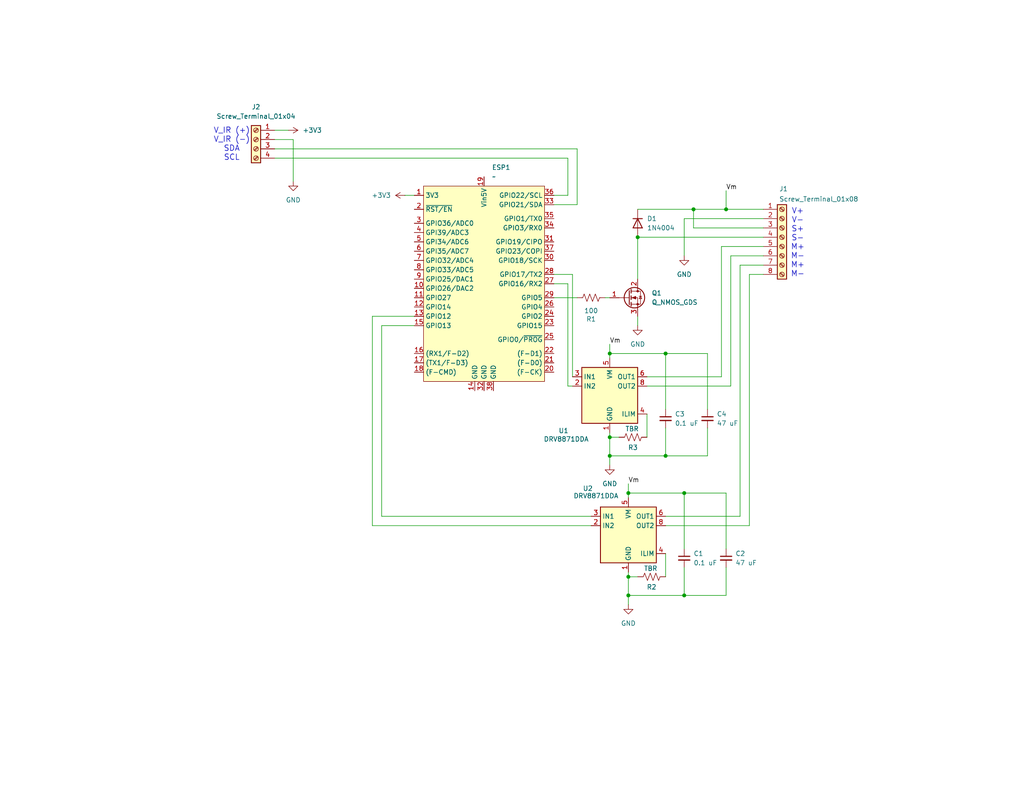
<source format=kicad_sch>
(kicad_sch (version 20250114) (generator "eeschema") (generator_version "9.0")
  (paper "USLetter")
  (title_block (title "EMBER Schematic") (date "2025-10-03") (rev "0.01") (company "Cal Poly") (comment 1 "Demo from class 10/3/25"))
  (lib_symbols
    (symbol "Connector:Screw_Terminal_01x04" (pin_names (offset 1.016) (hide yes))
      (property "Reference" "J" (at 0 5.08 0))
      (property "Value" "Screw_Terminal_01x04" (at 0 -7.62 0))
      (symbol "Screw_Terminal_01x04_1_1"
        (rectangle (start -1.27 3.81) (end 1.27 -6.35) (stroke (width 0.254)) (fill (type background)))
        (polyline (pts (xy -0.5334 2.8702) (xy 0.3302 2.032)) (stroke (width 0.1524)))
        (polyline (pts (xy -0.5334 0.3302) (xy 0.3302 -0.508)) (stroke (width 0.1524)))
        (polyline (pts (xy -0.5334 -2.2098) (xy 0.3302 -3.048)) (stroke (width 0.1524)))
        (polyline (pts (xy -0.5334 -4.7498) (xy 0.3302 -5.588)) (stroke (width 0.1524)))
        (polyline (pts (xy -0.3556 3.048) (xy 0.508 2.2098)) (stroke (width 0.1524)))
        (polyline (pts (xy -0.3556 0.508) (xy 0.508 -0.3302)) (stroke (width 0.1524)))
        (polyline (pts (xy -0.3556 -2.032) (xy 0.508 -2.8702)) (stroke (width 0.1524)))
        (polyline (pts (xy -0.3556 -4.572) (xy 0.508 -5.4102)) (stroke (width 0.1524)))
        (circle (center 0 2.54) (radius 0.635) (stroke (width 0.1524)))
        (circle (center 0 0) (radius 0.635) (stroke (width 0.1524)))
        (circle (center 0 -2.54) (radius 0.635) (stroke (width 0.1524)))
        (circle (center 0 -5.08) (radius 0.635) (stroke (width 0.1524)))
        (pin passive line (at -5.08 2.54 0) (length 3.81) (name "Pin_1") (number "1"))
        (pin passive line (at -5.08 0 0) (length 3.81) (name "Pin_2") (number "2"))
        (pin passive line (at -5.08 -2.54 0) (length 3.81) (name "Pin_3") (number "3"))
        (pin passive line (at -5.08 -5.08 0) (length 3.81) (name "Pin_4") (number "4"))
      )
    )
    (symbol "Connector:Screw_Terminal_01x08" (pin_names (offset 1.016) (hide yes))
      (property "Reference" "J" (at 0 10.16 0))
      (property "Value" "Screw_Terminal_01x08" (at 0 -12.7 0))
      (symbol "Screw_Terminal_01x08_1_1"
        (rectangle (start -1.27 8.89) (end 1.27 -11.43) (stroke (width 0.254)) (fill (type background)))
        (polyline (pts (xy -0.5334 7.9502) (xy 0.3302 7.112)) (stroke (width 0.1524)))
        (polyline (pts (xy -0.5334 5.4102) (xy 0.3302 4.572)) (stroke (width 0.1524)))
        (polyline (pts (xy -0.5334 2.8702) (xy 0.3302 2.032)) (stroke (width 0.1524)))
        (polyline (pts (xy -0.5334 0.3302) (xy 0.3302 -0.508)) (stroke (width 0.1524)))
        (polyline (pts (xy -0.5334 -2.2098) (xy 0.3302 -3.048)) (stroke (width 0.1524)))
        (polyline (pts (xy -0.5334 -4.7498) (xy 0.3302 -5.588)) (stroke (width 0.1524)))
        (polyline (pts (xy -0.5334 -7.2898) (xy 0.3302 -8.128)) (stroke (width 0.1524)))
        (polyline (pts (xy -0.5334 -9.8298) (xy 0.3302 -10.668)) (stroke (width 0.1524)))
        (polyline (pts (xy -0.3556 8.128) (xy 0.508 7.2898)) (stroke (width 0.1524)))
        (polyline (pts (xy -0.3556 5.588) (xy 0.508 4.7498)) (stroke (width 0.1524)))
        (polyline (pts (xy -0.3556 3.048) (xy 0.508 2.2098)) (stroke (width 0.1524)))
        (polyline (pts (xy -0.3556 0.508) (xy 0.508 -0.3302)) (stroke (width 0.1524)))
        (polyline (pts (xy -0.3556 -2.032) (xy 0.508 -2.8702)) (stroke (width 0.1524)))
        (polyline (pts (xy -0.3556 -4.572) (xy 0.508 -5.4102)) (stroke (width 0.1524)))
        (polyline (pts (xy -0.3556 -7.112) (xy 0.508 -7.9502)) (stroke (width 0.1524)))
        (polyline (pts (xy -0.3556 -9.652) (xy 0.508 -10.4902)) (stroke (width 0.1524)))
        (circle (center 0 7.62) (radius 0.635) (stroke (width 0.1524)))
        (circle (center 0 5.08) (radius 0.635) (stroke (width 0.1524)))
        (circle (center 0 2.54) (radius 0.635) (stroke (width 0.1524)))
        (circle (center 0 0) (radius 0.635) (stroke (width 0.1524)))
        (circle (center 0 -2.54) (radius 0.635) (stroke (width 0.1524)))
        (circle (center 0 -5.08) (radius 0.635) (stroke (width 0.1524)))
        (circle (center 0 -7.62) (radius 0.635) (stroke (width 0.1524)))
        (circle (center 0 -10.16) (radius 0.635) (stroke (width 0.1524)))
        (pin passive line (at -5.08 7.62 0) (length 3.81) (name "Pin_1") (number "1"))
        (pin passive line (at -5.08 5.08 0) (length 3.81) (name "Pin_2") (number "2"))
        (pin passive line (at -5.08 2.54 0) (length 3.81) (name "Pin_3") (number "3"))
        (pin passive line (at -5.08 0 0) (length 3.81) (name "Pin_4") (number "4"))
        (pin passive line (at -5.08 -2.54 0) (length 3.81) (name "Pin_5") (number "5"))
        (pin passive line (at -5.08 -5.08 0) (length 3.81) (name "Pin_6") (number "6"))
        (pin passive line (at -5.08 -7.62 0) (length 3.81) (name "Pin_7") (number "7"))
        (pin passive line (at -5.08 -10.16 0) (length 3.81) (name "Pin_8") (number "8"))
      )
    )
    (symbol "Device:C_Small" (pin_numbers (hide yes)) (pin_names (offset 0.254) (hide yes))
      (property "Reference" "C" (at 0.254 1.778 0))
      (property "Value" "C_Small" (at 0.254 -2.032 0))
      (symbol "C_Small_0_1"
        (polyline (pts (xy -1.524 0.508) (xy 1.524 0.508)) (stroke (width 0.3048)))
        (polyline (pts (xy -1.524 -0.508) (xy 1.524 -0.508)) (stroke (width 0.3302)))
      )
      (symbol "C_Small_1_1"
        (pin passive line (at 0 2.54 270) (length 2.032) (name "~") (number "1"))
        (pin passive line (at 0 -2.54 90) (length 2.032) (name "~") (number "2"))
      )
    )
    (symbol "Device:R_US" (pin_numbers (hide yes)) (pin_names (offset 0))
      (property "Reference" "R" (at 2.54 0 90))
      (property "Value" "R_US" (at -2.54 0 90))
      (symbol "R_US_0_1"
        (polyline (pts (xy 0 2.286) (xy 0 2.54)))
        (polyline (pts (xy 0 2.286) (xy 1.016 1.905) (xy 0 1.524) (xy -1.016 1.143) (xy 0 0.762)))
        (polyline (pts (xy 0 0.762) (xy 1.016 0.381) (xy 0 0) (xy -1.016 -0.381) (xy 0 -0.762)))
        (polyline (pts (xy 0 -0.762) (xy 1.016 -1.143) (xy 0 -1.524) (xy -1.016 -1.905) (xy 0 -2.286)))
        (polyline (pts (xy 0 -2.286) (xy 0 -2.54)))
      )
      (symbol "R_US_1_1"
        (pin passive line (at 0 3.81 270) (length 1.27) (name "~") (number "1"))
        (pin passive line (at 0 -3.81 90) (length 1.27) (name "~") (number "2"))
      )
    )
    (symbol "Diode:1N4004" (pin_numbers (hide yes)) (pin_names (hide yes))
      (property "Reference" "D" (at 0 2.54 0))
      (property "Value" "1N4004" (at 0 -2.54 0))
      (symbol "1N4004_0_1"
        (polyline (pts (xy -1.27 1.27) (xy -1.27 -1.27)) (stroke (width 0.254)))
        (polyline (pts (xy 1.27 1.27) (xy 1.27 -1.27) (xy -1.27 0) (xy 1.27 1.27)) (stroke (width 0.254)))
        (polyline (pts (xy 1.27 0) (xy -1.27 0)))
      )
      (symbol "1N4004_1_1"
        (pin passive line (at -3.81 0 0) (length 2.54) (name "K") (number "1"))
        (pin passive line (at 3.81 0 180) (length 2.54) (name "A") (number "2"))
      )
    )
    (symbol "Driver_Motor:DRV8871DDA"
      (property "Reference" "U" (at -6.35 8.89 0))
      (property "Value" "DRV8871DDA" (at 8.128 8.89 0))
      (symbol "DRV8871DDA_0_1"
        (rectangle (start -7.62 7.62) (end 7.62 -7.62) (stroke (width 0.254)) (fill (type background)))
      )
      (symbol "DRV8871DDA_1_1"
        (pin input line (at -10.16 5.08 0) (length 2.54) (name "IN1") (number "3"))
        (pin input line (at -10.16 2.54 0) (length 2.54) (name "IN2") (number "2"))
        (pin power_in line (at 0 10.16 270) (length 2.54) (name "VM") (number "5"))
        (pin power_in line (at 0 -10.16 90) (length 2.54) (name "GND") (number "1"))
        (pin passive line (at 0 -10.16 90) (length 2.54) (hide yes) (name "GND") (number "7"))
        (pin passive line (at 0 -10.16 90) (length 2.54) (hide yes) (name "GND") (number "9"))
        (pin output line (at 10.16 5.08 180) (length 2.54) (name "OUT1") (number "6"))
        (pin output line (at 10.16 2.54 180) (length 2.54) (name "OUT2") (number "8"))
        (pin passive line (at 10.16 -5.08 180) (length 2.54) (name "ILIM") (number "4"))
      )
    )
    (symbol "ME507F24:ESP32_Node_KY"
      (property "Reference" "ESP" (at -15.24 27.94 0))
      (symbol "ESP32_Node_KY_1_1"
        (rectangle (start -16.51 25.4) (end 16.51 -27.94) (fill (type background)))
        (pin power_out line (at -19.05 22.86 0) (length 2.54) (name "3V3") (number "1"))
        (pin input line (at -19.05 19.05 0) (length 2.54) (name "~{RST/EN}") (number "2"))
        (pin input line (at -19.05 15.24 0) (length 2.54) (name "GPIO36/ADC0") (number "3"))
        (pin input line (at -19.05 12.7 0) (length 2.54) (name "GPI39/ADC3") (number "4"))
        (pin input line (at -19.05 10.16 0) (length 2.54) (name "GPI34/ADC6") (number "5"))
        (pin input line (at -19.05 7.62 0) (length 2.54) (name "GPI35/ADC7") (number "6"))
        (pin bidirectional line (at -19.05 5.08 0) (length 2.54) (name "GPIO32/ADC4") (number "7"))
        (pin bidirectional line (at -19.05 2.54 0) (length 2.54) (name "GPIO33/ADC5") (number "8"))
        (pin bidirectional line (at -19.05 0 0) (length 2.54) (name "GPIO25/DAC1") (number "9"))
        (pin bidirectional line (at -19.05 -2.54 0) (length 2.54) (name "GPIO26/DAC2") (number "10"))
        (pin bidirectional line (at -19.05 -5.08 0) (length 2.54) (name "GPIO27") (number "11"))
        (pin bidirectional line (at -19.05 -7.62 0) (length 2.54) (name "GPIO14") (number "12"))
        (pin bidirectional line (at -19.05 -10.16 0) (length 2.54) (name "GPIO12") (number "13"))
        (pin bidirectional line (at -19.05 -12.7 0) (length 2.54) (name "GPIO13") (number "15"))
        (pin bidirectional line (at -19.05 -20.32 0) (length 2.54) (name "(RX1/F-D2)") (number "16"))
        (pin bidirectional line (at -19.05 -22.86 0) (length 2.54) (name "(TX1/F-D3)") (number "17"))
        (pin unspecified line (at -19.05 -25.4 0) (length 2.54) (name "(F-CMD)") (number "18"))
        (pin power_in line (at -2.54 -30.48 90) (length 2.54) (name "GND") (number "14"))
        (pin power_in line (at 0 27.94 270) (length 2.54) (name "Vin5V") (number "19"))
        (pin power_in line (at 0 -30.48 90) (length 2.54) (name "GND") (number "32"))
        (pin power_in line (at 2.54 -30.48 90) (length 2.54) (name "GND") (number "38"))
        (pin bidirectional line (at 19.05 22.86 180) (length 2.54) (name "GPIO22/SCL") (number "36"))
        (pin bidirectional line (at 19.05 20.32 180) (length 2.54) (name "GPIO21/SDA") (number "33"))
        (pin bidirectional line (at 19.05 16.51 180) (length 2.54) (name "GPIO1/TX0") (number "35"))
        (pin bidirectional line (at 19.05 13.97 180) (length 2.54) (name "GPIO3/RX0") (number "34"))
        (pin bidirectional line (at 19.05 10.16 180) (length 2.54) (name "GPIO19/CIPO") (number "31"))
        (pin bidirectional line (at 19.05 7.62 180) (length 2.54) (name "GPIO23/COPI") (number "37"))
        (pin bidirectional line (at 19.05 5.08 180) (length 2.54) (name "GPIO18/SCK") (number "30"))
        (pin bidirectional line (at 19.05 1.27 180) (length 2.54) (name "GPIO17/TX2") (number "28"))
        (pin bidirectional line (at 19.05 -1.27 180) (length 2.54) (name "GPIO16/RX2") (number "27"))
        (pin bidirectional line (at 19.05 -5.08 180) (length 2.54) (name "GPIO5") (number "29"))
        (pin bidirectional line (at 19.05 -7.62 180) (length 2.54) (name "GPIO4") (number "26"))
        (pin bidirectional line (at 19.05 -10.16 180) (length 2.54) (name "GPIO2") (number "24"))
        (pin bidirectional line (at 19.05 -12.7 180) (length 2.54) (name "GPIO15") (number "23"))
        (pin bidirectional line (at 19.05 -16.51 180) (length 2.54) (name "GPIO0/~{PROG}") (number "25"))
        (pin bidirectional line (at 19.05 -20.32 180) (length 2.54) (name "(F-D1)") (number "22"))
        (pin bidirectional line (at 19.05 -22.86 180) (length 2.54) (name "(F-D0)") (number "21"))
        (pin bidirectional line (at 19.05 -25.4 180) (length 2.54) (name "(F-CK)") (number "20"))
      )
    )
    (symbol "Transistor_FET:Q_NMOS_GDS" (pin_names (offset 0) (hide yes))
      (property "Reference" "Q" (at 5.08 1.905 0))
      (property "Value" "Q_NMOS_GDS" (at 5.08 0 0))
      (symbol "Q_NMOS_GDS_0_1"
        (polyline (pts (xy 0.254 1.905) (xy 0.254 -1.905)) (stroke (width 0.254)))
        (polyline (pts (xy 0.254 0) (xy -2.54 0)))
        (polyline (pts (xy 0.762 2.286) (xy 0.762 1.27)) (stroke (width 0.254)))
        (polyline (pts (xy 0.762 0.508) (xy 0.762 -0.508)) (stroke (width 0.254)))
        (polyline (pts (xy 0.762 -1.27) (xy 0.762 -2.286)) (stroke (width 0.254)))
        (polyline (pts (xy 0.762 -1.778) (xy 3.302 -1.778) (xy 3.302 1.778) (xy 0.762 1.778)))
        (polyline (pts (xy 1.016 0) (xy 2.032 0.381) (xy 2.032 -0.381) (xy 1.016 0)) (fill (type outline)))
        (circle (center 1.651 0) (radius 2.794) (stroke (width 0.254)))
        (polyline (pts (xy 2.54 2.54) (xy 2.54 1.778)))
        (circle (center 2.54 1.778) (radius 0.254) (fill (type outline)))
        (circle (center 2.54 -1.778) (radius 0.254) (fill (type outline)))
        (polyline (pts (xy 2.54 -2.54) (xy 2.54 0) (xy 0.762 0)))
        (polyline (pts (xy 2.921 0.381) (xy 3.683 0.381)))
        (polyline (pts (xy 3.302 0.381) (xy 2.921 -0.254) (xy 3.683 -0.254) (xy 3.302 0.381)))
      )
      (symbol "Q_NMOS_GDS_1_1"
        (pin input line (at -5.08 0 0) (length 2.54) (name "G") (number "1"))
        (pin passive line (at 2.54 5.08 270) (length 2.54) (name "D") (number "2"))
        (pin passive line (at 2.54 -5.08 90) (length 2.54) (name "S") (number "3"))
      )
    )
    (symbol "power:+3V3" (power) (pin_numbers (hide yes)) (pin_names (offset 0) (hide yes))
      (property "Value" "+3V3" (at 0 3.556 0))
      (symbol "+3V3_0_1"
        (polyline (pts (xy -0.762 1.27) (xy 0 2.54)))
        (polyline (pts (xy 0 2.54) (xy 0.762 1.27)))
        (polyline (pts (xy 0 0) (xy 0 2.54)))
      )
      (symbol "+3V3_1_1"
        (pin power_in line (at 0 0 90) (length 0) (name "~") (number "1"))
      )
    )
    (symbol "power:GND" (power) (pin_numbers (hide yes)) (pin_names (offset 0) (hide yes))
      (property "Value" "GND" (at 0 -3.81 0))
      (symbol "GND_0_1"
        (polyline (pts (xy 0 0) (xy 0 -1.27) (xy 1.27 -1.27) (xy 0 -2.54) (xy -1.27 -1.27) (xy 0 -1.27)))
      )
      (symbol "GND_1_1"
        (pin power_in line (at 0 0 270) (length 0) (name "~") (number "1"))
      )
    )
  )
  (text "V_IR (+)\nV_IR (-)\nSDA\nSCL\n\n" (at 63.246 40.64 0) (effects (font (size 1.524 1.524))))
  (text "V+\nV-\nS+\nS-\nM+\nM-\nM+\nM-" (at 217.678 66.294 0) (effects (font (size 1.524 1.524))))
  (junction (at 186.69 162.56))
  (junction (at 189.23 57.15))
  (junction (at 166.37 124.46))
  (junction (at 198.12 57.15))
  (junction (at 166.37 119.38))
  (junction (at 166.37 96.52))
  (junction (at 171.45 157.48))
  (junction (at 171.45 134.62))
  (junction (at 173.99 64.77))
  (junction (at 181.61 124.46))
  (junction (at 181.61 96.52))
  (junction (at 171.45 162.56))
  (junction (at 186.69 134.62))
  (wire (pts (xy 166.37 93.98) (xy 166.37 96.52)))
  (wire (pts (xy 171.45 134.62) (xy 171.45 135.89)))
  (wire (pts (xy 189.23 62.23) (xy 208.28 62.23)))
  (wire (pts (xy 189.23 57.15) (xy 189.23 62.23)))
  (wire (pts (xy 186.69 149.86) (xy 186.69 134.62)))
  (wire (pts (xy 193.04 111.76) (xy 193.04 96.52)))
  (wire (pts (xy 204.47 74.93) (xy 208.28 74.93)))
  (wire (pts (xy 154.94 77.47) (xy 154.94 105.41)))
  (wire (pts (xy 198.12 52.07) (xy 198.12 57.15)))
  (wire (pts (xy 176.53 113.03) (xy 176.53 119.38)))
  (wire (pts (xy 166.37 118.11) (xy 166.37 119.38)))
  (wire (pts (xy 157.48 55.88) (xy 151.13 55.88)))
  (wire (pts (xy 171.45 157.48) (xy 171.45 162.56)))
  (wire (pts (xy 151.13 77.47) (xy 154.94 77.47)))
  (wire (pts (xy 198.12 134.62) (xy 186.69 134.62)))
  (wire (pts (xy 176.53 102.87) (xy 196.85 102.87)))
  (wire (pts (xy 166.37 124.46) (xy 166.37 127)))
  (wire (pts (xy 165.1 81.28) (xy 166.37 81.28)))
  (wire (pts (xy 181.61 140.97) (xy 201.93 140.97)))
  (wire (pts (xy 186.69 154.94) (xy 186.69 162.56)))
  (wire (pts (xy 186.69 59.69) (xy 186.69 69.85)))
  (wire (pts (xy 186.69 162.56) (xy 171.45 162.56)))
  (wire (pts (xy 113.03 86.36) (xy 101.6 86.36)))
  (wire (pts (xy 113.03 53.34) (xy 110.49 53.34)))
  (wire (pts (xy 181.61 151.13) (xy 181.61 157.48)))
  (wire (pts (xy 74.93 40.64) (xy 157.48 40.64)))
  (wire (pts (xy 181.61 116.84) (xy 181.61 124.46)))
  (wire (pts (xy 201.93 140.97) (xy 201.93 72.39)))
  (wire (pts (xy 199.39 69.85) (xy 208.28 69.85)))
  (wire (pts (xy 193.04 96.52) (xy 181.61 96.52)))
  (wire (pts (xy 171.45 162.56) (xy 171.45 165.1)))
  (wire (pts (xy 198.12 162.56) (xy 186.69 162.56)))
  (wire (pts (xy 198.12 149.86) (xy 198.12 134.62)))
  (wire (pts (xy 181.61 143.51) (xy 204.47 143.51)))
  (wire (pts (xy 173.99 64.77) (xy 173.99 76.2)))
  (wire (pts (xy 198.12 154.94) (xy 198.12 162.56)))
  (wire (pts (xy 173.99 57.15) (xy 189.23 57.15)))
  (wire (pts (xy 196.85 102.87) (xy 196.85 67.31)))
  (wire (pts (xy 189.23 57.15) (xy 198.12 57.15)))
  (wire (pts (xy 157.48 40.64) (xy 157.48 55.88)))
  (wire (pts (xy 181.61 96.52) (xy 166.37 96.52)))
  (wire (pts (xy 171.45 156.21) (xy 171.45 157.48)))
  (wire (pts (xy 104.14 88.9) (xy 104.14 140.97)))
  (wire (pts (xy 74.93 35.56) (xy 78.74 35.56)))
  (wire (pts (xy 193.04 124.46) (xy 181.61 124.46)))
  (wire (pts (xy 80.01 38.1) (xy 80.01 49.53)))
  (wire (pts (xy 166.37 119.38) (xy 168.91 119.38)))
  (wire (pts (xy 171.45 157.48) (xy 173.99 157.48)))
  (wire (pts (xy 204.47 143.51) (xy 204.47 74.93)))
  (wire (pts (xy 166.37 119.38) (xy 166.37 124.46)))
  (wire (pts (xy 74.93 43.18) (xy 154.94 43.18)))
  (wire (pts (xy 201.93 72.39) (xy 208.28 72.39)))
  (wire (pts (xy 196.85 67.31) (xy 208.28 67.31)))
  (wire (pts (xy 154.94 53.34) (xy 151.13 53.34)))
  (wire (pts (xy 198.12 57.15) (xy 208.28 57.15)))
  (wire (pts (xy 154.94 105.41) (xy 156.21 105.41)))
  (wire (pts (xy 74.93 38.1) (xy 80.01 38.1)))
  (wire (pts (xy 171.45 132.08) (xy 171.45 134.62)))
  (wire (pts (xy 208.28 59.69) (xy 186.69 59.69)))
  (wire (pts (xy 113.03 88.9) (xy 104.14 88.9)))
  (wire (pts (xy 104.14 140.97) (xy 161.29 140.97)))
  (wire (pts (xy 176.53 105.41) (xy 199.39 105.41)))
  (wire (pts (xy 193.04 116.84) (xy 193.04 124.46)))
  (wire (pts (xy 151.13 74.93) (xy 156.21 74.93)))
  (wire (pts (xy 156.21 74.93) (xy 156.21 102.87)))
  (wire (pts (xy 166.37 96.52) (xy 166.37 97.79)))
  (wire (pts (xy 181.61 124.46) (xy 166.37 124.46)))
  (wire (pts (xy 151.13 81.28) (xy 157.48 81.28)))
  (wire (pts (xy 101.6 143.51) (xy 161.29 143.51)))
  (wire (pts (xy 154.94 43.18) (xy 154.94 53.34)))
  (wire (pts (xy 181.61 111.76) (xy 181.61 96.52)))
  (wire (pts (xy 199.39 105.41) (xy 199.39 69.85)))
  (wire (pts (xy 186.69 134.62) (xy 171.45 134.62)))
  (wire (pts (xy 173.99 64.77) (xy 208.28 64.77)))
  (wire (pts (xy 173.99 86.36) (xy 173.99 88.9)))
  (wire (pts (xy 101.6 86.36) (xy 101.6 143.51)))
  (label "Vm" (at 166.37 93.98 0))
  (label "Vm" (at 198.12 52.07 0))
  (label "Vm" (at 171.45 132.08 0))
  (symbol (lib_id "power:GND") (at 166.37 127 0) (unit 1)
    (property "Reference" "#PWR03" (effects (hide yes)))
    (property "Value" "GND" (at 166.37 132.08 0))
    (property "Description" "Power symbol creates a global label with name \"GND\" , ground" (effects (hide yes)))
  )
  (symbol (lib_id "Connector:Screw_Terminal_01x04") (at 69.85 38.1 0) (mirror y) (unit 1)
    (property "Reference" "J2" (at 69.85 29.21 0))
    (property "Value" "Screw_Terminal_01x04" (at 69.85 31.75 0))
    (property "Description" "Generic screw terminal, single row, 01x04, script generated (kicad-library-utils/schlib/autogen/connector/)" (effects (hide yes)))
  )
  (symbol (lib_id "power:GND") (at 80.01 49.53 0) (unit 1)
    (property "Reference" "#PWR07" (effects (hide yes)))
    (property "Value" "GND" (at 80.01 54.61 0))
    (property "Description" "Power symbol creates a global label with name \"GND\" , ground" (effects (hide yes)))
  )
  (symbol (lib_id "Transistor_FET:Q_NMOS_GDS") (at 171.45 81.28 0) (unit 1)
    (property "Reference" "Q1" (at 177.8 80.0099 0) (effects (justify left)))
    (property "Value" "Q_NMOS_GDS" (at 177.8 82.5499 0) (effects (justify left)))
    (property "Footprint" "Package_TO_SOT_SMD:TSOT-23" (effects (hide yes)))
    (property "Description" "N-MOSFET transistor, gate/drain/source" (effects (hide yes)))
  )
  (symbol (lib_id "Driver_Motor:DRV8871DDA") (at 166.37 107.95 0) (unit 1)
    (property "Reference" "U1" (at 152.4 117.602 0) (effects (justify left)))
    (property "Value" "DRV8871DDA" (at 148.336 119.888 0) (effects (justify left)))
    (property "Footprint" "Package_SO:Texas_HTSOP-8-1EP_3.9x4.9mm_P1.27mm_EP2.95x4.9mm_Mask2.4x3.1mm_ThermalVias" (effects (hide yes)))
    (property "Datasheet" "http://www.ti.com/lit/ds/symlink/drv8871.pdf" (effects (hide yes)))
    (property "Description" "Brushed DC Motor Driver, PWM Control, 45V, 3.6A, Current limiting, HTSOP-8" (effects (hide yes)))
  )
  (symbol (lib_id "Device:C_Small") (at 193.04 114.3 0) (unit 1)
    (property "Reference" "C4" (at 195.58 113.0362 0) (effects (justify left)))
    (property "Value" "47 uF" (at 195.58 115.5762 0) (effects (justify left)))
    (property "Description" "Unpolarized capacitor, small symbol" (effects (hide yes)))
  )
  (symbol (lib_id "Device:C_Small") (at 181.61 114.3 0) (unit 1)
    (property "Reference" "C3" (at 184.15 113.0362 0) (effects (justify left)))
    (property "Value" "0.1 uF" (at 184.15 115.5762 0) (effects (justify left)))
    (property "Description" "Unpolarized capacitor, small symbol" (effects (hide yes)))
  )
  (symbol (lib_id "power:GND") (at 173.99 88.9 0) (unit 1)
    (property "Reference" "#PWR01" (effects (hide yes)))
    (property "Value" "GND" (at 173.99 93.98 0))
    (property "Description" "Power symbol creates a global label with name \"GND\" , ground" (effects (hide yes)))
  )
  (symbol (lib_id "Device:C_Small") (at 198.12 152.4 0) (unit 1)
    (property "Reference" "C2" (at 200.66 151.1362 0) (effects (justify left)))
    (property "Value" "47 uF" (at 200.66 153.6762 0) (effects (justify left)))
    (property "Description" "Unpolarized capacitor, small symbol" (effects (hide yes)))
  )
  (symbol (lib_id "power:+3V3") (at 78.74 35.56 270) (unit 1)
    (property "Reference" "#PWR06" (effects (hide yes)))
    (property "Value" "+3V3" (at 82.55 35.5599 90) (effects (justify left)))
    (property "Description" "Power symbol creates a global label with name \"+3V3\"" (effects (hide yes)))
  )
  (symbol (lib_id "Device:R_US") (at 161.29 81.28 90) (unit 1)
    (property "Reference" "R1" (at 161.29 87.122 90))
    (property "Value" "100" (at 161.29 84.836 90))
    (property "Description" "Resistor, US symbol" (effects (hide yes)))
  )
  (symbol (lib_id "power:GND") (at 171.45 165.1 0) (unit 1)
    (property "Reference" "#PWR04" (effects (hide yes)))
    (property "Value" "GND" (at 171.45 170.18 0))
    (property "Description" "Power symbol creates a global label with name \"GND\" , ground" (effects (hide yes)))
  )
  (symbol (lib_id "Device:C_Small") (at 186.69 152.4 0) (unit 1)
    (property "Reference" "C1" (at 189.23 151.1362 0) (effects (justify left)))
    (property "Value" "0.1 uF" (at 189.23 153.6762 0) (effects (justify left)))
    (property "Description" "Unpolarized capacitor, small symbol" (effects (hide yes)))
  )
  (symbol (lib_id "Diode:1N4004") (at 173.99 60.96 270) (unit 1)
    (property "Reference" "D1" (at 176.53 59.6899 90) (effects (justify left)))
    (property "Value" "1N4004" (at 176.53 62.2299 90) (effects (justify left)))
    (property "Footprint" "Diode_THT:D_DO-41_SOD81_P10.16mm_Horizontal" (effects (hide yes)))
    (property "Datasheet" "http://www.vishay.com/docs/88503/1n4001.pdf" (effects (hide yes)))
    (property "Description" "400V 1A General Purpose Rectifier Diode, DO-41" (effects (hide yes)))
    (property "Sim.Device" "D" (effects (hide yes)))
    (property "Sim.Pins" "1=K 2=A" (effects (hide yes)))
  )
  (symbol (lib_id "Device:R_US") (at 172.72 119.38 90) (unit 1)
    (property "Reference" "R3" (at 172.72 122.174 90))
    (property "Value" "TBR" (at 172.466 117.094 90))
    (property "Description" "Resistor, US symbol" (effects (hide yes)))
  )
  (symbol (lib_id "power:GND") (at 186.69 69.85 0) (unit 1)
    (property "Reference" "#PWR02" (effects (hide yes)))
    (property "Value" "GND" (at 186.69 74.93 0))
    (property "Description" "Power symbol creates a global label with name \"GND\" , ground" (effects (hide yes)))
  )
  (symbol (lib_id "Driver_Motor:DRV8871DDA") (at 171.45 146.05 0) (unit 1)
    (property "Reference" "U2" (at 159.004 133.35 0) (effects (justify left)))
    (property "Value" "DRV8871DDA" (at 156.464 135.382 0) (effects (justify left)))
    (property "Footprint" "Package_SO:Texas_HTSOP-8-1EP_3.9x4.9mm_P1.27mm_EP2.95x4.9mm_Mask2.4x3.1mm_ThermalVias" (effects (hide yes)))
    (property "Datasheet" "http://www.ti.com/lit/ds/symlink/drv8871.pdf" (effects (hide yes)))
    (property "Description" "Brushed DC Motor Driver, PWM Control, 45V, 3.6A, Current limiting, HTSOP-8" (effects (hide yes)))
  )
  (symbol (lib_id "power:+3V3") (at 110.49 53.34 90) (unit 1)
    (property "Reference" "#PWR05" (effects (hide yes)))
    (property "Value" "+3V3" (at 106.68 53.3399 90) (effects (justify left)))
    (property "Description" "Power symbol creates a global label with name \"+3V3\"" (effects (hide yes)))
  )
  (symbol (lib_id "ME507F24:ESP32_Node_KY") (at 132.08 76.2 0) (unit 1)
    (property "Reference" "ESP1" (at 134.2233 45.72 0) (effects (justify left)))
    (property "Value" "~" (at 134.2233 48.26 0) (effects (justify left)))
    (property "Footprint" "ME507F24:ESP32_NodeMCU_KeeYees" (effects (hide yes)))
  )
  (symbol (lib_id "Connector:Screw_Terminal_01x08") (at 213.36 64.77 0) (unit 1)
    (property "Reference" "J1" (at 212.598 51.562 0) (effects (justify left)))
    (property "Value" "Screw_Terminal_01x08" (at 212.598 54.356 0) (effects (justify left)))
    (property "Footprint" "TerminalBlock_Phoenix:TerminalBlock_Phoenix_MPT-0,5-8-2.54_1x08_P2.54mm_Horizontal" (effects (hide yes)))
    (property "Description" "Generic screw terminal, single row, 01x08, script generated (kicad-library-utils/schlib/autogen/connector/)" (effects (hide yes)))
  )
  (symbol (lib_id "Device:R_US") (at 177.8 157.48 90) (unit 1)
    (property "Reference" "R2" (at 177.8 160.274 90))
    (property "Value" "TBR" (at 177.546 155.194 90))
    (property "Description" "Resistor, US symbol" (effects (hide yes)))
  )
)
</source>
